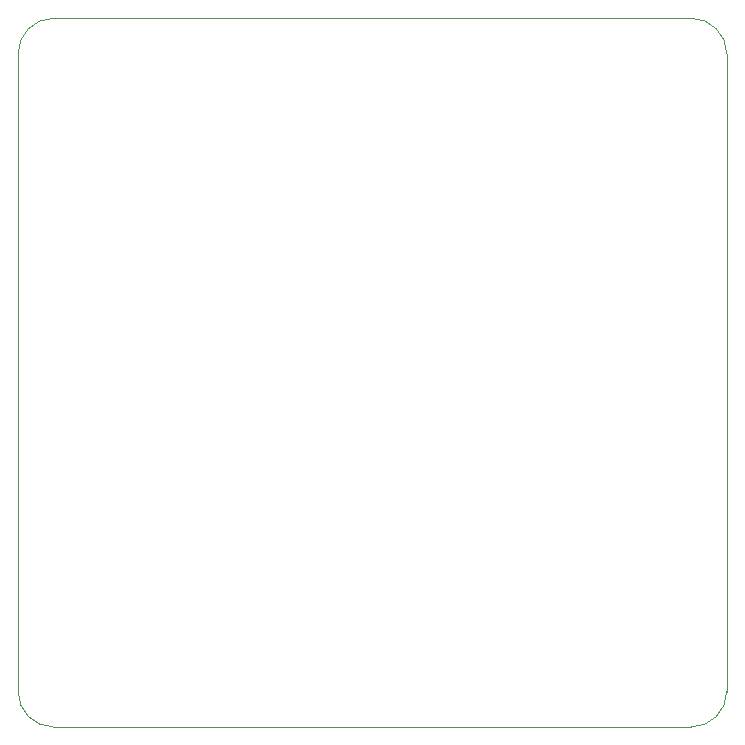
<source format=gbr>
%TF.GenerationSoftware,KiCad,Pcbnew,8.0.8*%
%TF.CreationDate,2025-04-07T19:22:35+01:00*%
%TF.ProjectId,Pico ToF,5069636f-2054-46f4-962e-6b696361645f,rev?*%
%TF.SameCoordinates,Original*%
%TF.FileFunction,Profile,NP*%
%FSLAX46Y46*%
G04 Gerber Fmt 4.6, Leading zero omitted, Abs format (unit mm)*
G04 Created by KiCad (PCBNEW 8.0.8) date 2025-04-07 19:22:35*
%MOMM*%
%LPD*%
G01*
G04 APERTURE LIST*
%TA.AperFunction,Profile*%
%ADD10C,0.050000*%
%TD*%
G04 APERTURE END LIST*
D10*
X100000000Y-53000000D02*
G75*
G02*
X103000000Y-50000000I3000000J0D01*
G01*
X157000000Y-110000000D02*
X103000000Y-110000000D01*
X103000000Y-110000000D02*
G75*
G02*
X100000000Y-107000000I0J3000000D01*
G01*
X103000000Y-50000000D02*
X157000000Y-50000000D01*
X160000000Y-53000000D02*
X160000000Y-107000000D01*
X157000000Y-50000000D02*
G75*
G02*
X160000000Y-53000000I0J-3000000D01*
G01*
X160000000Y-107000000D02*
G75*
G02*
X157000000Y-110000000I-3000000J0D01*
G01*
X100000000Y-107000000D02*
X100000000Y-53000000D01*
M02*

</source>
